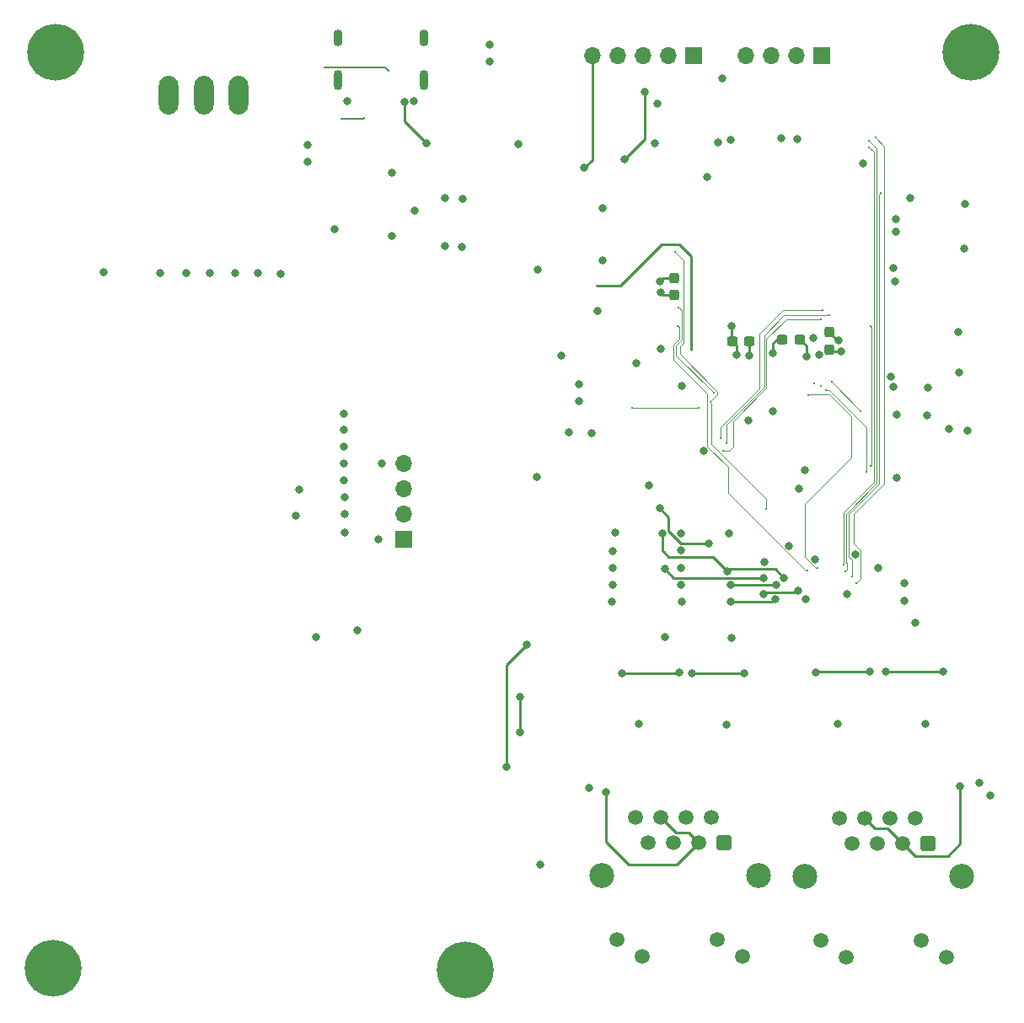
<source format=gbr>
%TF.GenerationSoftware,KiCad,Pcbnew,(6.0.11)*%
%TF.CreationDate,2023-05-21T23:05:42+09:00*%
%TF.ProjectId,STM32F4_Ethernet,53544d33-3246-4345-9f45-746865726e65,rev?*%
%TF.SameCoordinates,Original*%
%TF.FileFunction,Copper,L4,Bot*%
%TF.FilePolarity,Positive*%
%FSLAX46Y46*%
G04 Gerber Fmt 4.6, Leading zero omitted, Abs format (unit mm)*
G04 Created by KiCad (PCBNEW (6.0.11)) date 2023-05-21 23:05:42*
%MOMM*%
%LPD*%
G01*
G04 APERTURE LIST*
G04 Aperture macros list*
%AMRoundRect*
0 Rectangle with rounded corners*
0 $1 Rounding radius*
0 $2 $3 $4 $5 $6 $7 $8 $9 X,Y pos of 4 corners*
0 Add a 4 corners polygon primitive as box body*
4,1,4,$2,$3,$4,$5,$6,$7,$8,$9,$2,$3,0*
0 Add four circle primitives for the rounded corners*
1,1,$1+$1,$2,$3*
1,1,$1+$1,$4,$5*
1,1,$1+$1,$6,$7*
1,1,$1+$1,$8,$9*
0 Add four rect primitives between the rounded corners*
20,1,$1+$1,$2,$3,$4,$5,0*
20,1,$1+$1,$4,$5,$6,$7,0*
20,1,$1+$1,$6,$7,$8,$9,0*
20,1,$1+$1,$8,$9,$2,$3,0*%
G04 Aperture macros list end*
%TA.AperFunction,ComponentPad*%
%ADD10C,5.700000*%
%TD*%
%TA.AperFunction,ComponentPad*%
%ADD11R,1.700000X1.700000*%
%TD*%
%TA.AperFunction,ComponentPad*%
%ADD12O,1.700000X1.700000*%
%TD*%
%TA.AperFunction,ComponentPad*%
%ADD13O,1.950000X3.900000*%
%TD*%
%TA.AperFunction,ComponentPad*%
%ADD14O,0.900000X2.000000*%
%TD*%
%TA.AperFunction,ComponentPad*%
%ADD15O,0.900000X1.700000*%
%TD*%
%TA.AperFunction,ComponentPad*%
%ADD16RoundRect,0.250500X0.499500X0.499500X-0.499500X0.499500X-0.499500X-0.499500X0.499500X-0.499500X0*%
%TD*%
%TA.AperFunction,ComponentPad*%
%ADD17C,1.500000*%
%TD*%
%TA.AperFunction,ComponentPad*%
%ADD18C,2.500000*%
%TD*%
%TA.AperFunction,SMDPad,CuDef*%
%ADD19RoundRect,0.237500X0.300000X0.237500X-0.300000X0.237500X-0.300000X-0.237500X0.300000X-0.237500X0*%
%TD*%
%TA.AperFunction,SMDPad,CuDef*%
%ADD20RoundRect,0.237500X-0.237500X0.300000X-0.237500X-0.300000X0.237500X-0.300000X0.237500X0.300000X0*%
%TD*%
%TA.AperFunction,SMDPad,CuDef*%
%ADD21RoundRect,0.237500X0.237500X-0.300000X0.237500X0.300000X-0.237500X0.300000X-0.237500X-0.300000X0*%
%TD*%
%TA.AperFunction,ViaPad*%
%ADD22C,0.800000*%
%TD*%
%TA.AperFunction,ViaPad*%
%ADD23C,0.250000*%
%TD*%
%TA.AperFunction,ViaPad*%
%ADD24C,0.300000*%
%TD*%
%TA.AperFunction,Conductor*%
%ADD25C,0.250000*%
%TD*%
%TA.AperFunction,Conductor*%
%ADD26C,0.100000*%
%TD*%
%TA.AperFunction,Conductor*%
%ADD27C,0.150000*%
%TD*%
G04 APERTURE END LIST*
D10*
%TO.P,H4,1,1*%
%TO.N,GND*%
X81200000Y-156200000D03*
%TD*%
%TO.P,H2,1,1*%
%TO.N,GND*%
X132000000Y-64000000D03*
%TD*%
D11*
%TO.P,J1,1,Pin_1*%
%TO.N,unconnected-(J1-Pad1)*%
X117000000Y-64300000D03*
D12*
%TO.P,J1,2,Pin_2*%
%TO.N,/MCU/UART_TX*%
X114460000Y-64300000D03*
%TO.P,J1,3,Pin_3*%
%TO.N,/MCU/UART_RX*%
X111920000Y-64300000D03*
%TO.P,J1,4,Pin_4*%
%TO.N,GND*%
X109380000Y-64300000D03*
%TD*%
D10*
%TO.P,H1,1,1*%
%TO.N,GND*%
X40000000Y-64000000D03*
%TD*%
D13*
%TO.P,U7,1,1*%
%TO.N,unconnected-(U7-Pad1)*%
X58397180Y-68242913D03*
%TO.P,U7,2,2*%
%TO.N,/Power/ISO_+24V*%
X54897181Y-68242913D03*
%TO.P,U7,3,3*%
%TO.N,/Power/ISO_GND*%
X51397180Y-68242913D03*
%TD*%
D10*
%TO.P,H3,1,1*%
%TO.N,GND*%
X39725000Y-156000000D03*
%TD*%
D11*
%TO.P,J6,1,Pin_1*%
%TO.N,GND*%
X74950000Y-112895000D03*
D12*
%TO.P,J6,2,Pin_2*%
%TO.N,/Display/DISP_SCA*%
X74950000Y-110355000D03*
%TO.P,J6,3,Pin_3*%
%TO.N,/Display/DISP_SCL*%
X74950000Y-107815000D03*
%TO.P,J6,4,Pin_4*%
%TO.N,+3V3*%
X74950000Y-105275000D03*
%TD*%
D14*
%TO.P,J7,S1,SHIELD*%
%TO.N,GNDS*%
X77020000Y-66730000D03*
D15*
X77020000Y-62560000D03*
D14*
X68380000Y-66730000D03*
D15*
X68380000Y-62560000D03*
%TD*%
D11*
%TO.P,J2,1,Pin_1*%
%TO.N,+3V3*%
X104075000Y-64300000D03*
D12*
%TO.P,J2,2,Pin_2*%
%TO.N,/MCU/JTAG_SWDIO*%
X101535000Y-64300000D03*
%TO.P,J2,3,Pin_3*%
%TO.N,/MCU/JTAG_SWCLK*%
X98995000Y-64300000D03*
%TO.P,J2,4,Pin_4*%
%TO.N,GND*%
X96455000Y-64300000D03*
%TO.P,J2,5,Pin_5*%
%TO.N,/MCU/JTAG_SWO*%
X93915000Y-64300000D03*
%TD*%
D16*
%TO.P,J3,1*%
%TO.N,/Ethernet/TX1+*%
X107170000Y-143400000D03*
D17*
%TO.P,J3,2*%
%TO.N,/Ethernet/TX1-*%
X105900000Y-140860000D03*
%TO.P,J3,3*%
%TO.N,+3V3*%
X104630000Y-143400000D03*
%TO.P,J3,4*%
%TO.N,unconnected-(J3-Pad4)*%
X103360000Y-140860000D03*
%TO.P,J3,5*%
%TO.N,unconnected-(J3-Pad5)*%
X102090000Y-143400000D03*
%TO.P,J3,6*%
%TO.N,+3V3*%
X100820000Y-140860000D03*
%TO.P,J3,7*%
%TO.N,/Ethernet/RX1+*%
X99550000Y-143400000D03*
%TO.P,J3,8*%
%TO.N,/Ethernet/RX1-*%
X98280000Y-140860000D03*
%TO.P,J3,9*%
%TO.N,Net-(J3-Pad9)*%
X109050000Y-154830000D03*
%TO.P,J3,10*%
%TO.N,GND*%
X106510000Y-153130000D03*
%TO.P,J3,11*%
%TO.N,Net-(J3-Pad11)*%
X98940000Y-154830000D03*
%TO.P,J3,12*%
%TO.N,GND*%
X96400000Y-153130000D03*
D18*
%TO.P,J3,13*%
%TO.N,GNDREF*%
X94850000Y-146700000D03*
X110600000Y-146700000D03*
%TD*%
D19*
%TO.P,C1,1*%
%TO.N,+3V3*%
X109725000Y-93000000D03*
%TO.P,C1,2*%
%TO.N,GND*%
X108000000Y-93000000D03*
%TD*%
D20*
%TO.P,C12,1*%
%TO.N,+3V3*%
X117700000Y-92100000D03*
%TO.P,C12,2*%
%TO.N,GND*%
X117700000Y-93825000D03*
%TD*%
D16*
%TO.P,J4,1*%
%TO.N,/Ethernet/TX2+*%
X127630000Y-143450000D03*
D17*
%TO.P,J4,2*%
%TO.N,/Ethernet/TX2-*%
X126360000Y-140910000D03*
%TO.P,J4,3*%
%TO.N,+3V3*%
X125090000Y-143450000D03*
%TO.P,J4,4*%
%TO.N,unconnected-(J4-Pad4)*%
X123820000Y-140910000D03*
%TO.P,J4,5*%
%TO.N,unconnected-(J4-Pad5)*%
X122550000Y-143450000D03*
%TO.P,J4,6*%
%TO.N,+3V3*%
X121280000Y-140910000D03*
%TO.P,J4,7*%
%TO.N,/Ethernet/RX2+*%
X120010000Y-143450000D03*
%TO.P,J4,8*%
%TO.N,/Ethernet/RX2-*%
X118740000Y-140910000D03*
%TO.P,J4,9*%
%TO.N,Net-(J4-Pad9)*%
X129510000Y-154880000D03*
%TO.P,J4,10*%
%TO.N,GND*%
X126970000Y-153180000D03*
%TO.P,J4,11*%
%TO.N,Net-(J4-Pad11)*%
X119400000Y-154880000D03*
%TO.P,J4,12*%
%TO.N,GND*%
X116860000Y-153180000D03*
D18*
%TO.P,J4,13*%
%TO.N,GNDREF*%
X115310000Y-146750000D03*
X131060000Y-146750000D03*
%TD*%
D21*
%TO.P,C9,1*%
%TO.N,+3V3*%
X102200000Y-88362500D03*
%TO.P,C9,2*%
%TO.N,GND*%
X102200000Y-86637500D03*
%TD*%
D19*
%TO.P,C8,1*%
%TO.N,+3V3*%
X114762500Y-92800000D03*
%TO.P,C8,2*%
%TO.N,GND*%
X113037500Y-92800000D03*
%TD*%
D22*
%TO.N,GND*%
X94950000Y-79650000D03*
%TO.N,+3V3*%
X94950000Y-84900000D03*
D23*
%TO.N,/MCU/SPI_NSS*%
X116900000Y-90800000D03*
D22*
%TO.N,+3V3*%
X120322400Y-114422400D03*
X124200000Y-85600000D03*
X115425000Y-94500000D03*
X127600000Y-100487500D03*
X96000000Y-115800000D03*
X121100000Y-75100000D03*
X101200000Y-122700000D03*
X88400000Y-85800000D03*
X124400000Y-80700000D03*
X106600000Y-73000000D03*
X126400000Y-121300000D03*
X100200000Y-73100000D03*
X96000000Y-117500000D03*
X73790000Y-76110000D03*
X98325000Y-95225000D03*
X66200000Y-122707500D03*
X79130000Y-83410000D03*
X96000000Y-114100000D03*
X91562500Y-102162500D03*
X109700000Y-94400000D03*
X68950000Y-100295000D03*
X79130000Y-78620000D03*
X125300000Y-117300000D03*
X112900000Y-72600000D03*
X73800000Y-82430000D03*
X100800000Y-93800000D03*
X64500000Y-107900000D03*
X72750000Y-105295000D03*
X90775000Y-94450000D03*
X107700000Y-112300000D03*
X95300000Y-138300000D03*
X102950000Y-97525000D03*
X68950000Y-101895000D03*
X131350000Y-79200000D03*
X130900000Y-137700000D03*
X118700000Y-92900000D03*
X92600000Y-99050000D03*
X127650000Y-97650000D03*
X116700000Y-94325000D03*
X131600000Y-101987500D03*
X100800000Y-88100000D03*
%TO.N,GND*%
X133900000Y-138600000D03*
X69050000Y-112195000D03*
X109600000Y-100925000D03*
X102900000Y-119200000D03*
X102800000Y-112300000D03*
X55540000Y-86160000D03*
X111200000Y-115200000D03*
X132800000Y-137400000D03*
X105148750Y-104021250D03*
X125300000Y-119100000D03*
X122662500Y-115800000D03*
X130662500Y-92100000D03*
X96200000Y-112200000D03*
X115250000Y-105973500D03*
X124300000Y-87000000D03*
X88660000Y-145620000D03*
X60340000Y-86160000D03*
X95900000Y-119200000D03*
X69050000Y-110395000D03*
X129800000Y-101787500D03*
X80870000Y-78680000D03*
X102800000Y-114000000D03*
X118600000Y-131400000D03*
X107900000Y-122800000D03*
X70300000Y-122007500D03*
X58040000Y-86160000D03*
X107400000Y-131500000D03*
X68950000Y-106995000D03*
X98600000Y-131400000D03*
X86510000Y-73170000D03*
X68950000Y-105295000D03*
X106975000Y-66625000D03*
X44800000Y-86100000D03*
X93848750Y-102221250D03*
X131300000Y-83650000D03*
X100500000Y-69100000D03*
X108450000Y-94350000D03*
X62600000Y-86200000D03*
X65300000Y-73300000D03*
X116300000Y-114900000D03*
X80850000Y-83510000D03*
X102800000Y-117500000D03*
X124400000Y-82000000D03*
X107900000Y-91500000D03*
X68000000Y-81700000D03*
X107863500Y-72800000D03*
X114500000Y-72700000D03*
X112050000Y-100050000D03*
X83600000Y-64900000D03*
X124500000Y-100387500D03*
X114670000Y-107850000D03*
X127400000Y-131400000D03*
X76000000Y-68900000D03*
X83600000Y-63200000D03*
X99600000Y-107500000D03*
X69050000Y-108695000D03*
X76100000Y-79900000D03*
X112100000Y-94200000D03*
X53140000Y-86160000D03*
X130762500Y-96100000D03*
X64150000Y-110493500D03*
X65300000Y-75000000D03*
X94475000Y-89950000D03*
X125825000Y-78575000D03*
X72450000Y-112895000D03*
X69300000Y-68900000D03*
X118900000Y-94000000D03*
X115400000Y-118900000D03*
X50540000Y-86160000D03*
X113700000Y-113600000D03*
X68950000Y-103595000D03*
X88362500Y-106662500D03*
X93600000Y-137900000D03*
X102800000Y-115800000D03*
X92550000Y-97350000D03*
X100700000Y-87000000D03*
%TO.N,/MCU/~{RESET}*%
X116125000Y-92625000D03*
X124525000Y-106700000D03*
%TO.N,/MCU/STM32_VDDA*%
X124153937Y-97555062D03*
D23*
X116875003Y-97499195D03*
D22*
%TO.N,/MCU/STM32_VSSA*%
X123900000Y-96600000D03*
D23*
X116175267Y-97208161D03*
D22*
%TO.N,Net-(C29-Pad1)*%
X103900000Y-126400000D03*
X109200000Y-126400000D03*
%TO.N,Net-(C30-Pad1)*%
X102700000Y-126300000D03*
X96900000Y-126400000D03*
%TO.N,Net-(C31-Pad1)*%
X129200000Y-126200000D03*
X123400000Y-126200000D03*
%TO.N,Net-(C32-Pad1)*%
X116400000Y-126300000D03*
X121800000Y-126200000D03*
D23*
%TO.N,/MCU/ETH_RESET*%
X120475000Y-117325000D03*
X122425000Y-72550000D03*
D22*
X114609000Y-118100000D03*
X111100000Y-118400000D03*
%TO.N,+1V8*%
X100700000Y-109800000D03*
X105600000Y-113300000D03*
%TO.N,/Ethernet/PHY_3V3A*%
X107800000Y-119200000D03*
X112289319Y-118910681D03*
%TO.N,/Ethernet/PHY_1V8A*%
X113200000Y-116800000D03*
X107500000Y-116100500D03*
X101000000Y-112300000D03*
%TO.N,USB_POWER*%
X77280000Y-73130000D03*
X75073721Y-68920358D03*
D23*
%TO.N,/MCU/LD1*%
X94350000Y-87425000D03*
X103825000Y-93825000D03*
D22*
%TO.N,/MCU/JTAG_SWCLK*%
X99225000Y-67925000D03*
X97175000Y-74725000D03*
%TO.N,/MCU/JTAG_SWO*%
X93100000Y-75600000D03*
D24*
%TO.N,Net-(J7-PadA5)*%
X67000000Y-65500000D03*
X73430000Y-65810000D03*
%TO.N,Net-(J7-PadB5)*%
X68750000Y-70630000D03*
X70970000Y-70600000D03*
D23*
%TO.N,/MCU/B0*%
X97900000Y-99700000D03*
X104650000Y-99675000D03*
D22*
%TO.N,/Ethernet/P1LED0*%
X85300000Y-135800000D03*
X101200000Y-115900000D03*
X111100000Y-116800000D03*
X87352000Y-123448000D03*
%TO.N,/Ethernet/P1LED1*%
X86700000Y-132300000D03*
X86700000Y-128700000D03*
%TO.N,/Ethernet/ISET*%
X107800000Y-117500000D03*
X112400000Y-117500000D03*
D23*
%TO.N,/MCU/ETH_TXD2*%
X116550000Y-115775000D03*
X115625000Y-98400000D03*
%TO.N,/MCU/ETH_TX_CLK*%
X117375000Y-97925000D03*
X121450000Y-106125000D03*
%TO.N,/MCU/ETH_RX_CLK*%
X120900000Y-100050000D03*
X117950000Y-97100000D03*
%TO.N,/MCU/SPI_NSS*%
X107075000Y-103975000D03*
%TO.N,/MCU/SPI_SCK*%
X107375000Y-103225000D03*
X117700000Y-90400000D03*
%TO.N,/MCU/SPI_MISO*%
X106800000Y-102775000D03*
X117100000Y-89900000D03*
%TO.N,/MCU/ETH_RX_DV*%
X121850000Y-91500000D03*
X121875000Y-105500000D03*
%TO.N,/MCU/ETH_TX_EN*%
X120037500Y-116662500D03*
X122900000Y-78125000D03*
%TO.N,/MCU/ETH_TXD0*%
X119175000Y-115475000D03*
X121750000Y-73500000D03*
%TO.N,/MCU/ETH_TXD1*%
X121725000Y-72850000D03*
X119325000Y-116150000D03*
D22*
%TO.N,/MCU/MCO_25MHz*%
X119550000Y-118375000D03*
X105425000Y-76475000D03*
D23*
%TO.N,/MCU/ETH_INT*%
X111375000Y-109875000D03*
X102275000Y-84000000D03*
%TO.N,/MCU/SPI_MOSI*%
X102600000Y-89625000D03*
X106100000Y-98200000D03*
%TO.N,/MCU/ETH_TXD3*%
X115500000Y-116050000D03*
X102500000Y-91450000D03*
%TD*%
D25*
%TO.N,+3V3*%
X125090000Y-143450000D02*
X126370000Y-144730000D01*
X102420000Y-145610000D02*
X97580000Y-145610000D01*
X121280000Y-140910000D02*
X122282000Y-141912000D01*
X115425000Y-93462500D02*
X114762500Y-92800000D01*
X129660000Y-144730000D02*
X130900000Y-143490000D01*
X97580000Y-145610000D02*
X95300000Y-143330000D01*
X109700000Y-94400000D02*
X109700000Y-93025000D01*
X126370000Y-144730000D02*
X129660000Y-144730000D01*
X95300000Y-143330000D02*
X95300000Y-138300000D01*
X130900000Y-143490000D02*
X130900000Y-137700000D01*
X102358000Y-142398000D02*
X100820000Y-140860000D01*
X101062500Y-88362500D02*
X100800000Y-88100000D01*
X102200000Y-88362500D02*
X101062500Y-88362500D01*
X115425000Y-94500000D02*
X115425000Y-93462500D01*
X103628000Y-142398000D02*
X102358000Y-142398000D01*
X104630000Y-143400000D02*
X102420000Y-145610000D01*
X122282000Y-141912000D02*
X123552000Y-141912000D01*
X109700000Y-93025000D02*
X109725000Y-93000000D01*
X123552000Y-141912000D02*
X125090000Y-143450000D01*
X118700000Y-92900000D02*
X118500000Y-92900000D01*
X104630000Y-143400000D02*
X103628000Y-142398000D01*
X118500000Y-92900000D02*
X117700000Y-92100000D01*
%TO.N,GND*%
X113037500Y-92800000D02*
X112500000Y-92800000D01*
X112500000Y-92800000D02*
X112100000Y-93200000D01*
X101062500Y-86637500D02*
X100700000Y-87000000D01*
X118900000Y-94000000D02*
X117875000Y-94000000D01*
X117875000Y-94000000D02*
X117700000Y-93825000D01*
X107900000Y-91500000D02*
X107900000Y-92900000D01*
X107900000Y-92900000D02*
X108000000Y-93000000D01*
X112100000Y-93200000D02*
X112100000Y-94200000D01*
X108450000Y-94350000D02*
X108400000Y-94300000D01*
X108400000Y-93400000D02*
X108000000Y-93000000D01*
X108400000Y-94300000D02*
X108400000Y-93400000D01*
X102200000Y-86637500D02*
X101062500Y-86637500D01*
%TO.N,Net-(C29-Pad1)*%
X103900000Y-126400000D02*
X109200000Y-126400000D01*
%TO.N,Net-(C30-Pad1)*%
X96900000Y-126400000D02*
X102600000Y-126400000D01*
X102600000Y-126400000D02*
X102700000Y-126300000D01*
%TO.N,Net-(C31-Pad1)*%
X123400000Y-126200000D02*
X129200000Y-126200000D01*
%TO.N,Net-(C32-Pad1)*%
X116500000Y-126200000D02*
X116400000Y-126300000D01*
X121800000Y-126200000D02*
X116500000Y-126200000D01*
%TO.N,/MCU/ETH_RESET*%
X111100000Y-118400000D02*
X111241319Y-118258681D01*
D26*
X123279000Y-107346000D02*
X120225000Y-110400000D01*
D25*
X111241319Y-118258681D02*
X114541319Y-118258681D01*
X114600000Y-118200000D02*
X114600000Y-118109000D01*
D26*
X120225000Y-113325000D02*
X120800000Y-113900000D01*
D25*
X114541319Y-118258681D02*
X114600000Y-118200000D01*
X114600000Y-118109000D02*
X114609000Y-118100000D01*
D26*
X120225000Y-110400000D02*
X120225000Y-113325000D01*
X120900000Y-116250000D02*
X120900000Y-116900000D01*
X120900000Y-116900000D02*
X120475000Y-117325000D01*
X120800000Y-113900000D02*
X120900000Y-114000000D01*
X123279000Y-73404000D02*
X123279000Y-107346000D01*
X122425000Y-72550000D02*
X123279000Y-73404000D01*
X120900000Y-114000000D02*
X120900000Y-116250000D01*
D25*
%TO.N,+1V8*%
X102877932Y-113300000D02*
X101600000Y-112022068D01*
X101600000Y-112022068D02*
X101600000Y-111300000D01*
X101600000Y-110700000D02*
X100700000Y-109800000D01*
X101600000Y-111300000D02*
X101600000Y-110700000D01*
X105600000Y-113300000D02*
X102877932Y-113300000D01*
%TO.N,/Ethernet/PHY_3V3A*%
X112000000Y-119200000D02*
X107800000Y-119200000D01*
X112289319Y-118910681D02*
X112000000Y-119200000D01*
%TO.N,/Ethernet/PHY_1V8A*%
X107700500Y-115900000D02*
X112300000Y-115900000D01*
X101100000Y-114200000D02*
X101000000Y-114100000D01*
X101000000Y-114100000D02*
X101000000Y-112300000D01*
X101552000Y-114652000D02*
X101100000Y-114200000D01*
X112300000Y-115900000D02*
X113200000Y-116800000D01*
X107500000Y-116100500D02*
X107700500Y-115900000D01*
X107500000Y-116100500D02*
X106051500Y-114652000D01*
X106051500Y-114652000D02*
X101552000Y-114652000D01*
%TO.N,USB_POWER*%
X75073721Y-68920358D02*
X75073721Y-70923721D01*
X75073721Y-70923721D02*
X77280000Y-73130000D01*
%TO.N,/MCU/LD1*%
X102725000Y-83325000D02*
X103825000Y-84425000D01*
X102625000Y-83225000D02*
X102725000Y-83325000D01*
X100925000Y-83225000D02*
X102625000Y-83225000D01*
X96725000Y-87425000D02*
X100925000Y-83225000D01*
X94350000Y-87425000D02*
X96725000Y-87425000D01*
X103825000Y-84425000D02*
X103825000Y-93825000D01*
%TO.N,/MCU/JTAG_SWCLK*%
X99225000Y-72675000D02*
X99225000Y-67925000D01*
X97175000Y-74725000D02*
X99225000Y-72675000D01*
%TO.N,/MCU/JTAG_SWO*%
X93100000Y-75600000D02*
X93915000Y-74785000D01*
X93915000Y-74785000D02*
X93915000Y-64300000D01*
D27*
%TO.N,Net-(J7-PadA5)*%
X73120000Y-65500000D02*
X67000000Y-65500000D01*
X73430000Y-65810000D02*
X73120000Y-65500000D01*
%TO.N,Net-(J7-PadB5)*%
X70970000Y-70600000D02*
X70940000Y-70630000D01*
X70940000Y-70630000D02*
X68750000Y-70630000D01*
D26*
%TO.N,/MCU/B0*%
X104650000Y-99675000D02*
X97925000Y-99675000D01*
X97925000Y-99675000D02*
X97900000Y-99700000D01*
D25*
%TO.N,/Ethernet/P1LED0*%
X87352000Y-123448000D02*
X85300000Y-125500000D01*
X111100000Y-116800000D02*
X102100000Y-116800000D01*
X102100000Y-116800000D02*
X101200000Y-115900000D01*
X85300000Y-125500000D02*
X85300000Y-135800000D01*
%TO.N,/Ethernet/P1LED1*%
X86700000Y-128700000D02*
X86700000Y-132300000D01*
%TO.N,/Ethernet/ISET*%
X107800000Y-117500000D02*
X112400000Y-117500000D01*
D26*
%TO.N,/MCU/ETH_TXD2*%
X116358998Y-115775000D02*
X115300000Y-114716002D01*
X119900000Y-100550000D02*
X117729000Y-98379000D01*
X115300000Y-109325000D02*
X119900000Y-104725000D01*
X115646000Y-98379000D02*
X115625000Y-98400000D01*
X117729000Y-98379000D02*
X115646000Y-98379000D01*
X116550000Y-115775000D02*
X116358998Y-115775000D01*
X119900000Y-104725000D02*
X119900000Y-100550000D01*
X115300000Y-114716002D02*
X115300000Y-109325000D01*
%TO.N,/MCU/ETH_TX_CLK*%
X117375000Y-97925000D02*
X117775000Y-97925000D01*
X117775000Y-97925000D02*
X121450000Y-101600000D01*
X121450000Y-101600000D02*
X121450000Y-106125000D01*
%TO.N,/MCU/ETH_RX_CLK*%
X120900000Y-100050000D02*
X117950000Y-97100000D01*
%TO.N,/MCU/SPI_NSS*%
X111426999Y-92773001D02*
X111427000Y-97690052D01*
X111427000Y-97690052D02*
X108050000Y-101067052D01*
X116900000Y-90800000D02*
X113400000Y-90800000D01*
X107685987Y-103975000D02*
X107075000Y-103975000D01*
X108050000Y-103610987D02*
X107685987Y-103975000D01*
X113400000Y-90800000D02*
X111426999Y-92773001D01*
X108050000Y-101067052D02*
X108050000Y-103610987D01*
%TO.N,/MCU/SPI_SCK*%
X107375000Y-101421026D02*
X107375000Y-103225000D01*
X111200000Y-92400000D02*
X111200000Y-97596026D01*
X113200000Y-90400000D02*
X111200000Y-92400000D01*
X117700000Y-90400000D02*
X113200000Y-90400000D01*
X111200000Y-97596026D02*
X107375000Y-101421026D01*
%TO.N,/MCU/SPI_MISO*%
X110725000Y-97750000D02*
X106800000Y-101675000D01*
X117100000Y-89900000D02*
X113100000Y-89900000D01*
X106800000Y-101675000D02*
X106800000Y-102775000D01*
X113100000Y-89900000D02*
X110725000Y-92275000D01*
X110725000Y-92275000D02*
X110725000Y-97750000D01*
%TO.N,/MCU/ETH_RX_DV*%
X121875000Y-105500000D02*
X121975000Y-105400000D01*
X121975000Y-105400000D02*
X121975000Y-91625000D01*
X121975000Y-91625000D02*
X121850000Y-91500000D01*
%TO.N,/MCU/ETH_TX_EN*%
X122750000Y-107321026D02*
X122750000Y-89600000D01*
X122750000Y-78275000D02*
X122900000Y-78125000D01*
X122750000Y-89600000D02*
X122750000Y-78275000D01*
X120037500Y-116662500D02*
X120037500Y-114962500D01*
X120037500Y-114962500D02*
X119725000Y-114650000D01*
X119725000Y-114650000D02*
X119725000Y-110346026D01*
X119725000Y-110346026D02*
X122750000Y-107321026D01*
%TO.N,/MCU/ETH_TXD0*%
X122254000Y-107146000D02*
X122254000Y-89429000D01*
X122225000Y-73975000D02*
X121750000Y-73500000D01*
X122225000Y-89400000D02*
X122225000Y-73975000D01*
X119175000Y-110225000D02*
X122254000Y-107146000D01*
X122254000Y-89429000D02*
X122225000Y-89400000D01*
X119175000Y-115475000D02*
X119175000Y-110225000D01*
%TO.N,/MCU/ETH_TXD1*%
X122480999Y-107269001D02*
X122480999Y-73605999D01*
X119325000Y-116150000D02*
X119554000Y-115921000D01*
X119425000Y-115189013D02*
X119425000Y-110325000D01*
X119425000Y-110325000D02*
X122480999Y-107269001D01*
X122480999Y-73605999D02*
X121725000Y-72850000D01*
X119554000Y-115921000D02*
X119554000Y-115318013D01*
X119554000Y-115318013D02*
X119425000Y-115189013D01*
%TO.N,/MCU/ETH_INT*%
X105727000Y-99052000D02*
X105925000Y-99250000D01*
X105925000Y-103360987D02*
X111375000Y-108810987D01*
X106479000Y-98356987D02*
X105783987Y-99052000D01*
X105925000Y-99250000D02*
X105925000Y-103360987D01*
X103125000Y-93135987D02*
X102725000Y-93535987D01*
X105783987Y-99052000D02*
X105727000Y-99052000D01*
X106479000Y-98043013D02*
X106479000Y-98356987D01*
X103125000Y-84850000D02*
X103125000Y-93135987D01*
X102725000Y-93535987D02*
X102725000Y-94289013D01*
X102275000Y-84000000D02*
X103125000Y-84850000D01*
X102725000Y-94289013D02*
X106479000Y-98043013D01*
X111375000Y-108810987D02*
X111375000Y-109875000D01*
%TO.N,/MCU/SPI_MOSI*%
X102600000Y-89625000D02*
X102879000Y-89904000D01*
X102327000Y-93398000D02*
X102327000Y-94427000D01*
X102879000Y-92846000D02*
X102327000Y-93398000D01*
X102327000Y-94427000D02*
X106100000Y-98200000D01*
X102879000Y-89904000D02*
X102879000Y-92846000D01*
%TO.N,/MCU/ETH_TXD3*%
X102625000Y-92778974D02*
X102625000Y-91575000D01*
X107550000Y-105606498D02*
X105500000Y-103556498D01*
X102100001Y-93303973D02*
X102625000Y-92778974D01*
X105500000Y-98225000D02*
X102100001Y-94825001D01*
X102100001Y-94825001D02*
X102100001Y-93303973D01*
X115500000Y-116050000D02*
X115333998Y-116050000D01*
X102625000Y-91575000D02*
X102500000Y-91450000D01*
X105500000Y-103556498D02*
X105500000Y-98225000D01*
X115333998Y-116050000D02*
X107550000Y-108266002D01*
X107550000Y-108266002D02*
X107550000Y-105606498D01*
%TD*%
M02*

</source>
